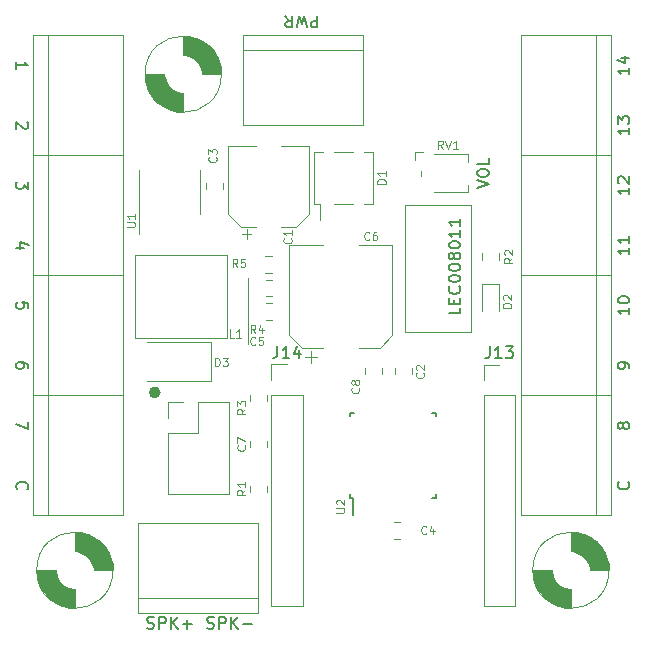
<source format=gto>
G04 #@! TF.GenerationSoftware,KiCad,Pcbnew,6.0.9-8da3e8f707~116~ubuntu20.04.1*
G04 #@! TF.CreationDate,2023-04-24T17:25:30+00:00*
G04 #@! TF.ProjectId,LEC008011,4c454330-3038-4303-9131-2e6b69636164,rev?*
G04 #@! TF.SameCoordinates,Original*
G04 #@! TF.FileFunction,Legend,Top*
G04 #@! TF.FilePolarity,Positive*
%FSLAX46Y46*%
G04 Gerber Fmt 4.6, Leading zero omitted, Abs format (unit mm)*
G04 Created by KiCad (PCBNEW 6.0.9-8da3e8f707~116~ubuntu20.04.1) date 2023-04-24 17:25:30*
%MOMM*%
%LPD*%
G01*
G04 APERTURE LIST*
%ADD10C,0.120000*%
%ADD11C,0.500000*%
%ADD12C,0.150000*%
%ADD13C,0.100000*%
%ADD14C,0.010000*%
G04 APERTURE END LIST*
D10*
X107507000Y-70866000D02*
X102000000Y-70866000D01*
D11*
X81026000Y-75946000D02*
G75*
G03*
X81026000Y-75946000I-254000J0D01*
G01*
D10*
X102000000Y-70866000D02*
X102000000Y-60071000D01*
X102000000Y-60071000D02*
X107507000Y-60071000D01*
X107507000Y-60071000D02*
X107507000Y-70866000D01*
X88646000Y-66294000D02*
X88646000Y-71882000D01*
D12*
X85209238Y-95904761D02*
X85352095Y-95952380D01*
X85590190Y-95952380D01*
X85685428Y-95904761D01*
X85733047Y-95857142D01*
X85780666Y-95761904D01*
X85780666Y-95666666D01*
X85733047Y-95571428D01*
X85685428Y-95523809D01*
X85590190Y-95476190D01*
X85399714Y-95428571D01*
X85304476Y-95380952D01*
X85256857Y-95333333D01*
X85209238Y-95238095D01*
X85209238Y-95142857D01*
X85256857Y-95047619D01*
X85304476Y-95000000D01*
X85399714Y-94952380D01*
X85637809Y-94952380D01*
X85780666Y-95000000D01*
X86209238Y-95952380D02*
X86209238Y-94952380D01*
X86590190Y-94952380D01*
X86685428Y-95000000D01*
X86733047Y-95047619D01*
X86780666Y-95142857D01*
X86780666Y-95285714D01*
X86733047Y-95380952D01*
X86685428Y-95428571D01*
X86590190Y-95476190D01*
X86209238Y-95476190D01*
X87209238Y-95952380D02*
X87209238Y-94952380D01*
X87780666Y-95952380D02*
X87352095Y-95380952D01*
X87780666Y-94952380D02*
X87209238Y-95523809D01*
X88209238Y-95571428D02*
X88971142Y-95571428D01*
X80129238Y-95904761D02*
X80272095Y-95952380D01*
X80510190Y-95952380D01*
X80605428Y-95904761D01*
X80653047Y-95857142D01*
X80700666Y-95761904D01*
X80700666Y-95666666D01*
X80653047Y-95571428D01*
X80605428Y-95523809D01*
X80510190Y-95476190D01*
X80319714Y-95428571D01*
X80224476Y-95380952D01*
X80176857Y-95333333D01*
X80129238Y-95238095D01*
X80129238Y-95142857D01*
X80176857Y-95047619D01*
X80224476Y-95000000D01*
X80319714Y-94952380D01*
X80557809Y-94952380D01*
X80700666Y-95000000D01*
X81129238Y-95952380D02*
X81129238Y-94952380D01*
X81510190Y-94952380D01*
X81605428Y-95000000D01*
X81653047Y-95047619D01*
X81700666Y-95142857D01*
X81700666Y-95285714D01*
X81653047Y-95380952D01*
X81605428Y-95428571D01*
X81510190Y-95476190D01*
X81129238Y-95476190D01*
X82129238Y-95952380D02*
X82129238Y-94952380D01*
X82700666Y-95952380D02*
X82272095Y-95380952D01*
X82700666Y-94952380D02*
X82129238Y-95523809D01*
X83129238Y-95571428D02*
X83891142Y-95571428D01*
X83510190Y-95952380D02*
X83510190Y-95190476D01*
X70047619Y-68818095D02*
X70047619Y-68341904D01*
X69571428Y-68294285D01*
X69619047Y-68341904D01*
X69666666Y-68437142D01*
X69666666Y-68675238D01*
X69619047Y-68770476D01*
X69571428Y-68818095D01*
X69476190Y-68865714D01*
X69238095Y-68865714D01*
X69142857Y-68818095D01*
X69095238Y-68770476D01*
X69047619Y-68675238D01*
X69047619Y-68437142D01*
X69095238Y-68341904D01*
X69142857Y-68294285D01*
X69142857Y-84129523D02*
X69095238Y-84081904D01*
X69047619Y-83939047D01*
X69047619Y-83843809D01*
X69095238Y-83700952D01*
X69190476Y-83605714D01*
X69285714Y-83558095D01*
X69476190Y-83510476D01*
X69619047Y-83510476D01*
X69809523Y-83558095D01*
X69904761Y-83605714D01*
X70000000Y-83700952D01*
X70047619Y-83843809D01*
X70047619Y-83939047D01*
X70000000Y-84081904D01*
X69952380Y-84129523D01*
X69714285Y-63690476D02*
X69047619Y-63690476D01*
X70095238Y-63452380D02*
X69380952Y-63214285D01*
X69380952Y-63833333D01*
X70047619Y-58086666D02*
X70047619Y-58705714D01*
X69666666Y-58372380D01*
X69666666Y-58515238D01*
X69619047Y-58610476D01*
X69571428Y-58658095D01*
X69476190Y-58705714D01*
X69238095Y-58705714D01*
X69142857Y-58658095D01*
X69095238Y-58610476D01*
X69047619Y-58515238D01*
X69047619Y-58229523D01*
X69095238Y-58134285D01*
X69142857Y-58086666D01*
X70047619Y-73850476D02*
X70047619Y-73660000D01*
X70000000Y-73564761D01*
X69952380Y-73517142D01*
X69809523Y-73421904D01*
X69619047Y-73374285D01*
X69238095Y-73374285D01*
X69142857Y-73421904D01*
X69095238Y-73469523D01*
X69047619Y-73564761D01*
X69047619Y-73755238D01*
X69095238Y-73850476D01*
X69142857Y-73898095D01*
X69238095Y-73945714D01*
X69476190Y-73945714D01*
X69571428Y-73898095D01*
X69619047Y-73850476D01*
X69666666Y-73755238D01*
X69666666Y-73564761D01*
X69619047Y-73469523D01*
X69571428Y-73421904D01*
X69476190Y-73374285D01*
X69952380Y-53054285D02*
X70000000Y-53101904D01*
X70047619Y-53197142D01*
X70047619Y-53435238D01*
X70000000Y-53530476D01*
X69952380Y-53578095D01*
X69857142Y-53625714D01*
X69761904Y-53625714D01*
X69619047Y-53578095D01*
X69047619Y-53006666D01*
X69047619Y-53625714D01*
X69047619Y-48545714D02*
X69047619Y-47974285D01*
X69047619Y-48260000D02*
X70047619Y-48260000D01*
X69904761Y-48164761D01*
X69809523Y-48069523D01*
X69761904Y-47974285D01*
X70047619Y-78406666D02*
X70047619Y-79073333D01*
X69047619Y-78644761D01*
X120857142Y-83510476D02*
X120904761Y-83558095D01*
X120952380Y-83700952D01*
X120952380Y-83796190D01*
X120904761Y-83939047D01*
X120809523Y-84034285D01*
X120714285Y-84081904D01*
X120523809Y-84129523D01*
X120380952Y-84129523D01*
X120190476Y-84081904D01*
X120095238Y-84034285D01*
X120000000Y-83939047D01*
X119952380Y-83796190D01*
X119952380Y-83700952D01*
X120000000Y-83558095D01*
X120047619Y-83510476D01*
X120952380Y-73850476D02*
X120952380Y-73660000D01*
X120904761Y-73564761D01*
X120857142Y-73517142D01*
X120714285Y-73421904D01*
X120523809Y-73374285D01*
X120142857Y-73374285D01*
X120047619Y-73421904D01*
X120000000Y-73469523D01*
X119952380Y-73564761D01*
X119952380Y-73755238D01*
X120000000Y-73850476D01*
X120047619Y-73898095D01*
X120142857Y-73945714D01*
X120380952Y-73945714D01*
X120476190Y-73898095D01*
X120523809Y-73850476D01*
X120571428Y-73755238D01*
X120571428Y-73564761D01*
X120523809Y-73469523D01*
X120476190Y-73421904D01*
X120380952Y-73374285D01*
X120952380Y-58610476D02*
X120952380Y-59181904D01*
X120952380Y-58896190D02*
X119952380Y-58896190D01*
X120095238Y-58991428D01*
X120190476Y-59086666D01*
X120238095Y-59181904D01*
X120047619Y-58229523D02*
X120000000Y-58181904D01*
X119952380Y-58086666D01*
X119952380Y-57848571D01*
X120000000Y-57753333D01*
X120047619Y-57705714D01*
X120142857Y-57658095D01*
X120238095Y-57658095D01*
X120380952Y-57705714D01*
X120952380Y-58277142D01*
X120952380Y-57658095D01*
X120380952Y-78835238D02*
X120333333Y-78930476D01*
X120285714Y-78978095D01*
X120190476Y-79025714D01*
X120142857Y-79025714D01*
X120047619Y-78978095D01*
X120000000Y-78930476D01*
X119952380Y-78835238D01*
X119952380Y-78644761D01*
X120000000Y-78549523D01*
X120047619Y-78501904D01*
X120142857Y-78454285D01*
X120190476Y-78454285D01*
X120285714Y-78501904D01*
X120333333Y-78549523D01*
X120380952Y-78644761D01*
X120380952Y-78835238D01*
X120428571Y-78930476D01*
X120476190Y-78978095D01*
X120571428Y-79025714D01*
X120761904Y-79025714D01*
X120857142Y-78978095D01*
X120904761Y-78930476D01*
X120952380Y-78835238D01*
X120952380Y-78644761D01*
X120904761Y-78549523D01*
X120857142Y-78501904D01*
X120761904Y-78454285D01*
X120571428Y-78454285D01*
X120476190Y-78501904D01*
X120428571Y-78549523D01*
X120380952Y-78644761D01*
X120952380Y-63690476D02*
X120952380Y-64261904D01*
X120952380Y-63976190D02*
X119952380Y-63976190D01*
X120095238Y-64071428D01*
X120190476Y-64166666D01*
X120238095Y-64261904D01*
X120952380Y-62738095D02*
X120952380Y-63309523D01*
X120952380Y-63023809D02*
X119952380Y-63023809D01*
X120095238Y-63119047D01*
X120190476Y-63214285D01*
X120238095Y-63309523D01*
X120952380Y-53530476D02*
X120952380Y-54101904D01*
X120952380Y-53816190D02*
X119952380Y-53816190D01*
X120095238Y-53911428D01*
X120190476Y-54006666D01*
X120238095Y-54101904D01*
X119952380Y-53197142D02*
X119952380Y-52578095D01*
X120333333Y-52911428D01*
X120333333Y-52768571D01*
X120380952Y-52673333D01*
X120428571Y-52625714D01*
X120523809Y-52578095D01*
X120761904Y-52578095D01*
X120857142Y-52625714D01*
X120904761Y-52673333D01*
X120952380Y-52768571D01*
X120952380Y-53054285D01*
X120904761Y-53149523D01*
X120857142Y-53197142D01*
X120952380Y-48450476D02*
X120952380Y-49021904D01*
X120952380Y-48736190D02*
X119952380Y-48736190D01*
X120095238Y-48831428D01*
X120190476Y-48926666D01*
X120238095Y-49021904D01*
X120285714Y-47593333D02*
X120952380Y-47593333D01*
X119904761Y-47831428D02*
X120619047Y-48069523D01*
X120619047Y-47450476D01*
X120952380Y-68770476D02*
X120952380Y-69341904D01*
X120952380Y-69056190D02*
X119952380Y-69056190D01*
X120095238Y-69151428D01*
X120190476Y-69246666D01*
X120238095Y-69341904D01*
X119952380Y-68151428D02*
X119952380Y-68056190D01*
X120000000Y-67960952D01*
X120047619Y-67913333D01*
X120142857Y-67865714D01*
X120333333Y-67818095D01*
X120571428Y-67818095D01*
X120761904Y-67865714D01*
X120857142Y-67913333D01*
X120904761Y-67960952D01*
X120952380Y-68056190D01*
X120952380Y-68151428D01*
X120904761Y-68246666D01*
X120857142Y-68294285D01*
X120761904Y-68341904D01*
X120571428Y-68389523D01*
X120333333Y-68389523D01*
X120142857Y-68341904D01*
X120047619Y-68294285D01*
X120000000Y-68246666D01*
X119952380Y-68151428D01*
X94551333Y-44047619D02*
X94551333Y-45047619D01*
X94170380Y-45047619D01*
X94075142Y-45000000D01*
X94027523Y-44952380D01*
X93979904Y-44857142D01*
X93979904Y-44714285D01*
X94027523Y-44619047D01*
X94075142Y-44571428D01*
X94170380Y-44523809D01*
X94551333Y-44523809D01*
X93646571Y-45047619D02*
X93408476Y-44047619D01*
X93218000Y-44761904D01*
X93027523Y-44047619D01*
X92789428Y-45047619D01*
X91837047Y-44047619D02*
X92170380Y-44523809D01*
X92408476Y-44047619D02*
X92408476Y-45047619D01*
X92027523Y-45047619D01*
X91932285Y-45000000D01*
X91884666Y-44952380D01*
X91837047Y-44857142D01*
X91837047Y-44714285D01*
X91884666Y-44619047D01*
X91932285Y-44571428D01*
X92027523Y-44523809D01*
X92408476Y-44523809D01*
X108052380Y-58661904D02*
X109052380Y-58328571D01*
X108052380Y-57995238D01*
X108052380Y-57471428D02*
X108052380Y-57280952D01*
X108100000Y-57185714D01*
X108195238Y-57090476D01*
X108385714Y-57042857D01*
X108719047Y-57042857D01*
X108909523Y-57090476D01*
X109004761Y-57185714D01*
X109052380Y-57280952D01*
X109052380Y-57471428D01*
X109004761Y-57566666D01*
X108909523Y-57661904D01*
X108719047Y-57709523D01*
X108385714Y-57709523D01*
X108195238Y-57661904D01*
X108100000Y-57566666D01*
X108052380Y-57471428D01*
X109052380Y-56138095D02*
X109052380Y-56614285D01*
X108052380Y-56614285D01*
X106647380Y-68778000D02*
X106647380Y-69254190D01*
X105647380Y-69254190D01*
X106123571Y-68444666D02*
X106123571Y-68111333D01*
X106647380Y-67968476D02*
X106647380Y-68444666D01*
X105647380Y-68444666D01*
X105647380Y-67968476D01*
X106552142Y-66968476D02*
X106599761Y-67016095D01*
X106647380Y-67158952D01*
X106647380Y-67254190D01*
X106599761Y-67397047D01*
X106504523Y-67492285D01*
X106409285Y-67539904D01*
X106218809Y-67587523D01*
X106075952Y-67587523D01*
X105885476Y-67539904D01*
X105790238Y-67492285D01*
X105695000Y-67397047D01*
X105647380Y-67254190D01*
X105647380Y-67158952D01*
X105695000Y-67016095D01*
X105742619Y-66968476D01*
X105647380Y-66349428D02*
X105647380Y-66254190D01*
X105695000Y-66158952D01*
X105742619Y-66111333D01*
X105837857Y-66063714D01*
X106028333Y-66016095D01*
X106266428Y-66016095D01*
X106456904Y-66063714D01*
X106552142Y-66111333D01*
X106599761Y-66158952D01*
X106647380Y-66254190D01*
X106647380Y-66349428D01*
X106599761Y-66444666D01*
X106552142Y-66492285D01*
X106456904Y-66539904D01*
X106266428Y-66587523D01*
X106028333Y-66587523D01*
X105837857Y-66539904D01*
X105742619Y-66492285D01*
X105695000Y-66444666D01*
X105647380Y-66349428D01*
X105647380Y-65397047D02*
X105647380Y-65301809D01*
X105695000Y-65206571D01*
X105742619Y-65158952D01*
X105837857Y-65111333D01*
X106028333Y-65063714D01*
X106266428Y-65063714D01*
X106456904Y-65111333D01*
X106552142Y-65158952D01*
X106599761Y-65206571D01*
X106647380Y-65301809D01*
X106647380Y-65397047D01*
X106599761Y-65492285D01*
X106552142Y-65539904D01*
X106456904Y-65587523D01*
X106266428Y-65635142D01*
X106028333Y-65635142D01*
X105837857Y-65587523D01*
X105742619Y-65539904D01*
X105695000Y-65492285D01*
X105647380Y-65397047D01*
X106075952Y-64492285D02*
X106028333Y-64587523D01*
X105980714Y-64635142D01*
X105885476Y-64682761D01*
X105837857Y-64682761D01*
X105742619Y-64635142D01*
X105695000Y-64587523D01*
X105647380Y-64492285D01*
X105647380Y-64301809D01*
X105695000Y-64206571D01*
X105742619Y-64158952D01*
X105837857Y-64111333D01*
X105885476Y-64111333D01*
X105980714Y-64158952D01*
X106028333Y-64206571D01*
X106075952Y-64301809D01*
X106075952Y-64492285D01*
X106123571Y-64587523D01*
X106171190Y-64635142D01*
X106266428Y-64682761D01*
X106456904Y-64682761D01*
X106552142Y-64635142D01*
X106599761Y-64587523D01*
X106647380Y-64492285D01*
X106647380Y-64301809D01*
X106599761Y-64206571D01*
X106552142Y-64158952D01*
X106456904Y-64111333D01*
X106266428Y-64111333D01*
X106171190Y-64158952D01*
X106123571Y-64206571D01*
X106075952Y-64301809D01*
X105647380Y-63492285D02*
X105647380Y-63397047D01*
X105695000Y-63301809D01*
X105742619Y-63254190D01*
X105837857Y-63206571D01*
X106028333Y-63158952D01*
X106266428Y-63158952D01*
X106456904Y-63206571D01*
X106552142Y-63254190D01*
X106599761Y-63301809D01*
X106647380Y-63397047D01*
X106647380Y-63492285D01*
X106599761Y-63587523D01*
X106552142Y-63635142D01*
X106456904Y-63682761D01*
X106266428Y-63730380D01*
X106028333Y-63730380D01*
X105837857Y-63682761D01*
X105742619Y-63635142D01*
X105695000Y-63587523D01*
X105647380Y-63492285D01*
X106647380Y-62206571D02*
X106647380Y-62778000D01*
X106647380Y-62492285D02*
X105647380Y-62492285D01*
X105790238Y-62587523D01*
X105885476Y-62682761D01*
X105933095Y-62778000D01*
X106647380Y-61254190D02*
X106647380Y-61825619D01*
X106647380Y-61539904D02*
X105647380Y-61539904D01*
X105790238Y-61635142D01*
X105885476Y-61730380D01*
X105933095Y-61825619D01*
D13*
G04 #@! TO.C,C2*
X103501000Y-74284666D02*
X103534333Y-74318000D01*
X103567666Y-74418000D01*
X103567666Y-74484666D01*
X103534333Y-74584666D01*
X103467666Y-74651333D01*
X103401000Y-74684666D01*
X103267666Y-74718000D01*
X103167666Y-74718000D01*
X103034333Y-74684666D01*
X102967666Y-74651333D01*
X102901000Y-74584666D01*
X102867666Y-74484666D01*
X102867666Y-74418000D01*
X102901000Y-74318000D01*
X102934333Y-74284666D01*
X102934333Y-74018000D02*
X102901000Y-73984666D01*
X102867666Y-73918000D01*
X102867666Y-73751333D01*
X102901000Y-73684666D01*
X102934333Y-73651333D01*
X103001000Y-73618000D01*
X103067666Y-73618000D01*
X103167666Y-73651333D01*
X103567666Y-74051333D01*
X103567666Y-73618000D01*
G04 #@! TO.C,C3*
X85950000Y-56016666D02*
X85983333Y-56050000D01*
X86016666Y-56150000D01*
X86016666Y-56216666D01*
X85983333Y-56316666D01*
X85916666Y-56383333D01*
X85850000Y-56416666D01*
X85716666Y-56450000D01*
X85616666Y-56450000D01*
X85483333Y-56416666D01*
X85416666Y-56383333D01*
X85350000Y-56316666D01*
X85316666Y-56216666D01*
X85316666Y-56150000D01*
X85350000Y-56050000D01*
X85383333Y-56016666D01*
X85316666Y-55783333D02*
X85316666Y-55350000D01*
X85583333Y-55583333D01*
X85583333Y-55483333D01*
X85616666Y-55416666D01*
X85650000Y-55383333D01*
X85716666Y-55350000D01*
X85883333Y-55350000D01*
X85950000Y-55383333D01*
X85983333Y-55416666D01*
X86016666Y-55483333D01*
X86016666Y-55683333D01*
X85983333Y-55750000D01*
X85950000Y-55783333D01*
G04 #@! TO.C,C4*
X103769333Y-87880000D02*
X103736000Y-87913333D01*
X103636000Y-87946666D01*
X103569333Y-87946666D01*
X103469333Y-87913333D01*
X103402666Y-87846666D01*
X103369333Y-87780000D01*
X103336000Y-87646666D01*
X103336000Y-87546666D01*
X103369333Y-87413333D01*
X103402666Y-87346666D01*
X103469333Y-87280000D01*
X103569333Y-87246666D01*
X103636000Y-87246666D01*
X103736000Y-87280000D01*
X103769333Y-87313333D01*
X104369333Y-87480000D02*
X104369333Y-87946666D01*
X104202666Y-87213333D02*
X104036000Y-87713333D01*
X104469333Y-87713333D01*
G04 #@! TO.C,C6*
X98943333Y-62988000D02*
X98910000Y-63021333D01*
X98810000Y-63054666D01*
X98743333Y-63054666D01*
X98643333Y-63021333D01*
X98576666Y-62954666D01*
X98543333Y-62888000D01*
X98510000Y-62754666D01*
X98510000Y-62654666D01*
X98543333Y-62521333D01*
X98576666Y-62454666D01*
X98643333Y-62388000D01*
X98743333Y-62354666D01*
X98810000Y-62354666D01*
X98910000Y-62388000D01*
X98943333Y-62421333D01*
X99543333Y-62354666D02*
X99410000Y-62354666D01*
X99343333Y-62388000D01*
X99310000Y-62421333D01*
X99243333Y-62521333D01*
X99210000Y-62654666D01*
X99210000Y-62921333D01*
X99243333Y-62988000D01*
X99276666Y-63021333D01*
X99343333Y-63054666D01*
X99476666Y-63054666D01*
X99543333Y-63021333D01*
X99576666Y-62988000D01*
X99610000Y-62921333D01*
X99610000Y-62754666D01*
X99576666Y-62688000D01*
X99543333Y-62654666D01*
X99476666Y-62621333D01*
X99343333Y-62621333D01*
X99276666Y-62654666D01*
X99243333Y-62688000D01*
X99210000Y-62754666D01*
G04 #@! TO.C,C7*
X88388000Y-80429166D02*
X88421333Y-80462500D01*
X88454666Y-80562500D01*
X88454666Y-80629166D01*
X88421333Y-80729166D01*
X88354666Y-80795833D01*
X88288000Y-80829166D01*
X88154666Y-80862500D01*
X88054666Y-80862500D01*
X87921333Y-80829166D01*
X87854666Y-80795833D01*
X87788000Y-80729166D01*
X87754666Y-80629166D01*
X87754666Y-80562500D01*
X87788000Y-80462500D01*
X87821333Y-80429166D01*
X87754666Y-80195833D02*
X87754666Y-79729166D01*
X88454666Y-80029166D01*
G04 #@! TO.C,D2*
X110966666Y-68764166D02*
X110266666Y-68764166D01*
X110266666Y-68597500D01*
X110300000Y-68497500D01*
X110366666Y-68430833D01*
X110433333Y-68397500D01*
X110566666Y-68364166D01*
X110666666Y-68364166D01*
X110800000Y-68397500D01*
X110866666Y-68430833D01*
X110933333Y-68497500D01*
X110966666Y-68597500D01*
X110966666Y-68764166D01*
X110333333Y-68097500D02*
X110300000Y-68064166D01*
X110266666Y-67997500D01*
X110266666Y-67830833D01*
X110300000Y-67764166D01*
X110333333Y-67730833D01*
X110400000Y-67697500D01*
X110466666Y-67697500D01*
X110566666Y-67730833D01*
X110966666Y-68130833D01*
X110966666Y-67697500D01*
G04 #@! TO.C,R1*
X88454666Y-84190666D02*
X88121333Y-84424000D01*
X88454666Y-84590666D02*
X87754666Y-84590666D01*
X87754666Y-84324000D01*
X87788000Y-84257333D01*
X87821333Y-84224000D01*
X87888000Y-84190666D01*
X87988000Y-84190666D01*
X88054666Y-84224000D01*
X88088000Y-84257333D01*
X88121333Y-84324000D01*
X88121333Y-84590666D01*
X88454666Y-83524000D02*
X88454666Y-83924000D01*
X88454666Y-83724000D02*
X87754666Y-83724000D01*
X87854666Y-83790666D01*
X87921333Y-83857333D01*
X87954666Y-83924000D01*
G04 #@! TO.C,R2*
X111060666Y-64554166D02*
X110727333Y-64787500D01*
X111060666Y-64954166D02*
X110360666Y-64954166D01*
X110360666Y-64687500D01*
X110394000Y-64620833D01*
X110427333Y-64587500D01*
X110494000Y-64554166D01*
X110594000Y-64554166D01*
X110660666Y-64587500D01*
X110694000Y-64620833D01*
X110727333Y-64687500D01*
X110727333Y-64954166D01*
X110427333Y-64287500D02*
X110394000Y-64254166D01*
X110360666Y-64187500D01*
X110360666Y-64020833D01*
X110394000Y-63954166D01*
X110427333Y-63920833D01*
X110494000Y-63887500D01*
X110560666Y-63887500D01*
X110660666Y-63920833D01*
X111060666Y-64320833D01*
X111060666Y-63887500D01*
G04 #@! TO.C,U2*
X96136666Y-86131333D02*
X96703333Y-86131333D01*
X96770000Y-86098000D01*
X96803333Y-86064666D01*
X96836666Y-85998000D01*
X96836666Y-85864666D01*
X96803333Y-85798000D01*
X96770000Y-85764666D01*
X96703333Y-85731333D01*
X96136666Y-85731333D01*
X96203333Y-85431333D02*
X96170000Y-85398000D01*
X96136666Y-85331333D01*
X96136666Y-85164666D01*
X96170000Y-85098000D01*
X96203333Y-85064666D01*
X96270000Y-85031333D01*
X96336666Y-85031333D01*
X96436666Y-85064666D01*
X96836666Y-85464666D01*
X96836666Y-85031333D01*
G04 #@! TO.C,RV1*
X105183333Y-55316666D02*
X104950000Y-54983333D01*
X104783333Y-55316666D02*
X104783333Y-54616666D01*
X105050000Y-54616666D01*
X105116666Y-54650000D01*
X105150000Y-54683333D01*
X105183333Y-54750000D01*
X105183333Y-54850000D01*
X105150000Y-54916666D01*
X105116666Y-54950000D01*
X105050000Y-54983333D01*
X104783333Y-54983333D01*
X105383333Y-54616666D02*
X105616666Y-55316666D01*
X105850000Y-54616666D01*
X106450000Y-55316666D02*
X106050000Y-55316666D01*
X106250000Y-55316666D02*
X106250000Y-54616666D01*
X106183333Y-54716666D01*
X106116666Y-54783333D01*
X106050000Y-54816666D01*
G04 #@! TO.C,R3*
X88454666Y-77332666D02*
X88121333Y-77566000D01*
X88454666Y-77732666D02*
X87754666Y-77732666D01*
X87754666Y-77466000D01*
X87788000Y-77399333D01*
X87821333Y-77366000D01*
X87888000Y-77332666D01*
X87988000Y-77332666D01*
X88054666Y-77366000D01*
X88088000Y-77399333D01*
X88121333Y-77466000D01*
X88121333Y-77732666D01*
X87754666Y-77099333D02*
X87754666Y-76666000D01*
X88021333Y-76899333D01*
X88021333Y-76799333D01*
X88054666Y-76732666D01*
X88088000Y-76699333D01*
X88154666Y-76666000D01*
X88321333Y-76666000D01*
X88388000Y-76699333D01*
X88421333Y-76732666D01*
X88454666Y-76799333D01*
X88454666Y-76999333D01*
X88421333Y-77066000D01*
X88388000Y-77099333D01*
G04 #@! TO.C,C5*
X89291333Y-71878000D02*
X89258000Y-71911333D01*
X89158000Y-71944666D01*
X89091333Y-71944666D01*
X88991333Y-71911333D01*
X88924666Y-71844666D01*
X88891333Y-71778000D01*
X88858000Y-71644666D01*
X88858000Y-71544666D01*
X88891333Y-71411333D01*
X88924666Y-71344666D01*
X88991333Y-71278000D01*
X89091333Y-71244666D01*
X89158000Y-71244666D01*
X89258000Y-71278000D01*
X89291333Y-71311333D01*
X89924666Y-71244666D02*
X89591333Y-71244666D01*
X89558000Y-71578000D01*
X89591333Y-71544666D01*
X89658000Y-71511333D01*
X89824666Y-71511333D01*
X89891333Y-71544666D01*
X89924666Y-71578000D01*
X89958000Y-71644666D01*
X89958000Y-71811333D01*
X89924666Y-71878000D01*
X89891333Y-71911333D01*
X89824666Y-71944666D01*
X89658000Y-71944666D01*
X89591333Y-71911333D01*
X89558000Y-71878000D01*
G04 #@! TO.C,D3*
X85883333Y-73716666D02*
X85883333Y-73016666D01*
X86050000Y-73016666D01*
X86150000Y-73050000D01*
X86216666Y-73116666D01*
X86250000Y-73183333D01*
X86283333Y-73316666D01*
X86283333Y-73416666D01*
X86250000Y-73550000D01*
X86216666Y-73616666D01*
X86150000Y-73683333D01*
X86050000Y-73716666D01*
X85883333Y-73716666D01*
X86516666Y-73016666D02*
X86950000Y-73016666D01*
X86716666Y-73283333D01*
X86816666Y-73283333D01*
X86883333Y-73316666D01*
X86916666Y-73350000D01*
X86950000Y-73416666D01*
X86950000Y-73583333D01*
X86916666Y-73650000D01*
X86883333Y-73683333D01*
X86816666Y-73716666D01*
X86616666Y-73716666D01*
X86550000Y-73683333D01*
X86516666Y-73650000D01*
G04 #@! TO.C,L1*
X87483333Y-71316666D02*
X87150000Y-71316666D01*
X87150000Y-70616666D01*
X88083333Y-71316666D02*
X87683333Y-71316666D01*
X87883333Y-71316666D02*
X87883333Y-70616666D01*
X87816666Y-70716666D01*
X87750000Y-70783333D01*
X87683333Y-70816666D01*
G04 #@! TO.C,R4*
X89291333Y-70928666D02*
X89058000Y-70595333D01*
X88891333Y-70928666D02*
X88891333Y-70228666D01*
X89158000Y-70228666D01*
X89224666Y-70262000D01*
X89258000Y-70295333D01*
X89291333Y-70362000D01*
X89291333Y-70462000D01*
X89258000Y-70528666D01*
X89224666Y-70562000D01*
X89158000Y-70595333D01*
X88891333Y-70595333D01*
X89891333Y-70462000D02*
X89891333Y-70928666D01*
X89724666Y-70195333D02*
X89558000Y-70695333D01*
X89991333Y-70695333D01*
G04 #@! TO.C,R5*
X87767333Y-65340666D02*
X87534000Y-65007333D01*
X87367333Y-65340666D02*
X87367333Y-64640666D01*
X87634000Y-64640666D01*
X87700666Y-64674000D01*
X87734000Y-64707333D01*
X87767333Y-64774000D01*
X87767333Y-64874000D01*
X87734000Y-64940666D01*
X87700666Y-64974000D01*
X87634000Y-65007333D01*
X87367333Y-65007333D01*
X88400666Y-64640666D02*
X88067333Y-64640666D01*
X88034000Y-64974000D01*
X88067333Y-64940666D01*
X88134000Y-64907333D01*
X88300666Y-64907333D01*
X88367333Y-64940666D01*
X88400666Y-64974000D01*
X88434000Y-65040666D01*
X88434000Y-65207333D01*
X88400666Y-65274000D01*
X88367333Y-65307333D01*
X88300666Y-65340666D01*
X88134000Y-65340666D01*
X88067333Y-65307333D01*
X88034000Y-65274000D01*
G04 #@! TO.C,U1*
X78416666Y-61933333D02*
X78983333Y-61933333D01*
X79050000Y-61900000D01*
X79083333Y-61866666D01*
X79116666Y-61800000D01*
X79116666Y-61666666D01*
X79083333Y-61600000D01*
X79050000Y-61566666D01*
X78983333Y-61533333D01*
X78416666Y-61533333D01*
X79116666Y-60833333D02*
X79116666Y-61233333D01*
X79116666Y-61033333D02*
X78416666Y-61033333D01*
X78516666Y-61100000D01*
X78583333Y-61166666D01*
X78616666Y-61233333D01*
G04 #@! TO.C,C1*
X92301000Y-62901666D02*
X92334333Y-62935000D01*
X92367666Y-63035000D01*
X92367666Y-63101666D01*
X92334333Y-63201666D01*
X92267666Y-63268333D01*
X92201000Y-63301666D01*
X92067666Y-63335000D01*
X91967666Y-63335000D01*
X91834333Y-63301666D01*
X91767666Y-63268333D01*
X91701000Y-63201666D01*
X91667666Y-63101666D01*
X91667666Y-63035000D01*
X91701000Y-62935000D01*
X91734333Y-62901666D01*
X92367666Y-62235000D02*
X92367666Y-62635000D01*
X92367666Y-62435000D02*
X91667666Y-62435000D01*
X91767666Y-62501666D01*
X91834333Y-62568333D01*
X91867666Y-62635000D01*
G04 #@! TO.C,C8*
X98040000Y-75554666D02*
X98073333Y-75588000D01*
X98106666Y-75688000D01*
X98106666Y-75754666D01*
X98073333Y-75854666D01*
X98006666Y-75921333D01*
X97940000Y-75954666D01*
X97806666Y-75988000D01*
X97706666Y-75988000D01*
X97573333Y-75954666D01*
X97506666Y-75921333D01*
X97440000Y-75854666D01*
X97406666Y-75754666D01*
X97406666Y-75688000D01*
X97440000Y-75588000D01*
X97473333Y-75554666D01*
X97706666Y-75154666D02*
X97673333Y-75221333D01*
X97640000Y-75254666D01*
X97573333Y-75288000D01*
X97540000Y-75288000D01*
X97473333Y-75254666D01*
X97440000Y-75221333D01*
X97406666Y-75154666D01*
X97406666Y-75021333D01*
X97440000Y-74954666D01*
X97473333Y-74921333D01*
X97540000Y-74888000D01*
X97573333Y-74888000D01*
X97640000Y-74921333D01*
X97673333Y-74954666D01*
X97706666Y-75021333D01*
X97706666Y-75154666D01*
X97740000Y-75221333D01*
X97773333Y-75254666D01*
X97840000Y-75288000D01*
X97973333Y-75288000D01*
X98040000Y-75254666D01*
X98073333Y-75221333D01*
X98106666Y-75154666D01*
X98106666Y-75021333D01*
X98073333Y-74954666D01*
X98040000Y-74921333D01*
X97973333Y-74888000D01*
X97840000Y-74888000D01*
X97773333Y-74921333D01*
X97740000Y-74954666D01*
X97706666Y-75021333D01*
G04 #@! TO.C,D1*
X100316666Y-58266666D02*
X99616666Y-58266666D01*
X99616666Y-58100000D01*
X99650000Y-58000000D01*
X99716666Y-57933333D01*
X99783333Y-57900000D01*
X99916666Y-57866666D01*
X100016666Y-57866666D01*
X100150000Y-57900000D01*
X100216666Y-57933333D01*
X100283333Y-58000000D01*
X100316666Y-58100000D01*
X100316666Y-58266666D01*
X100316666Y-57200000D02*
X100316666Y-57600000D01*
X100316666Y-57400000D02*
X99616666Y-57400000D01*
X99716666Y-57466666D01*
X99783333Y-57533333D01*
X99816666Y-57600000D01*
D12*
G04 #@! TO.C,J14*
X91160476Y-72032380D02*
X91160476Y-72746666D01*
X91112857Y-72889523D01*
X91017619Y-72984761D01*
X90874761Y-73032380D01*
X90779523Y-73032380D01*
X92160476Y-73032380D02*
X91589047Y-73032380D01*
X91874761Y-73032380D02*
X91874761Y-72032380D01*
X91779523Y-72175238D01*
X91684285Y-72270476D01*
X91589047Y-72318095D01*
X93017619Y-72365714D02*
X93017619Y-73032380D01*
X92779523Y-71984761D02*
X92541428Y-72699047D01*
X93160476Y-72699047D01*
G04 #@! TO.C,J13*
X109150476Y-72052380D02*
X109150476Y-72766666D01*
X109102857Y-72909523D01*
X109007619Y-73004761D01*
X108864761Y-73052380D01*
X108769523Y-73052380D01*
X110150476Y-73052380D02*
X109579047Y-73052380D01*
X109864761Y-73052380D02*
X109864761Y-72052380D01*
X109769523Y-72195238D01*
X109674285Y-72290476D01*
X109579047Y-72338095D01*
X110483809Y-72052380D02*
X111102857Y-72052380D01*
X110769523Y-72433333D01*
X110912380Y-72433333D01*
X111007619Y-72480952D01*
X111055238Y-72528571D01*
X111102857Y-72623809D01*
X111102857Y-72861904D01*
X111055238Y-72957142D01*
X111007619Y-73004761D01*
X110912380Y-73052380D01*
X110626666Y-73052380D01*
X110531428Y-73004761D01*
X110483809Y-72957142D01*
D10*
G04 #@! TO.C,C2*
X102564000Y-74426578D02*
X102564000Y-73909422D01*
X101144000Y-74426578D02*
X101144000Y-73909422D01*
G04 #@! TO.C,C3*
X85090000Y-58758578D02*
X85090000Y-58241422D01*
X86510000Y-58758578D02*
X86510000Y-58241422D01*
G04 #@! TO.C,C4*
X101038922Y-88340000D02*
X101556078Y-88340000D01*
X101038922Y-86920000D02*
X101556078Y-86920000D01*
G04 #@! TO.C,C6*
X93224437Y-72178000D02*
X95010000Y-72178000D01*
X100880000Y-71113563D02*
X100880000Y-63458000D01*
X93224437Y-72178000D02*
X92160000Y-71113563D01*
X92160000Y-71113563D02*
X92160000Y-63458000D01*
X100880000Y-63458000D02*
X98030000Y-63458000D01*
X99815563Y-72178000D02*
X98030000Y-72178000D01*
X94010000Y-73418000D02*
X94010000Y-72418000D01*
X99815563Y-72178000D02*
X100880000Y-71113563D01*
X93510000Y-72918000D02*
X94510000Y-72918000D01*
X92160000Y-63458000D02*
X95010000Y-63458000D01*
G04 #@! TO.C,C7*
X90245000Y-80571078D02*
X90245000Y-80053922D01*
X88825000Y-80571078D02*
X88825000Y-80053922D01*
G04 #@! TO.C,D2*
X109955000Y-69047500D02*
X109955000Y-66762500D01*
X108485000Y-66762500D02*
X108485000Y-69047500D01*
X109955000Y-66762500D02*
X108485000Y-66762500D01*
G04 #@! TO.C,H1*
X86409903Y-49000000D02*
G75*
G03*
X86409903Y-49000000I-3224903J0D01*
G01*
G36*
X81585000Y-49100000D02*
G01*
X81685000Y-49500000D01*
X81885000Y-49900000D01*
X82285000Y-50300000D01*
X82685000Y-50500000D01*
X83085000Y-50600000D01*
X83185000Y-50600000D01*
X83185000Y-52224903D01*
X82685000Y-52200000D01*
X81685000Y-51900000D01*
X80885000Y-51300000D01*
X80385000Y-50600000D01*
X80085000Y-49900000D01*
X79985000Y-49500000D01*
X79985000Y-49000000D01*
X81585000Y-49000000D01*
X81585000Y-49100000D01*
G37*
D14*
X81585000Y-49100000D02*
X81685000Y-49500000D01*
X81885000Y-49900000D01*
X82285000Y-50300000D01*
X82685000Y-50500000D01*
X83085000Y-50600000D01*
X83185000Y-50600000D01*
X83185000Y-52224903D01*
X82685000Y-52200000D01*
X81685000Y-51900000D01*
X80885000Y-51300000D01*
X80385000Y-50600000D01*
X80085000Y-49900000D01*
X79985000Y-49500000D01*
X79985000Y-49000000D01*
X81585000Y-49000000D01*
X81585000Y-49100000D01*
G36*
X83685000Y-45800000D02*
G01*
X84685000Y-46100000D01*
X85485000Y-46700000D01*
X85985000Y-47400000D01*
X86285000Y-48100000D01*
X86385000Y-48500000D01*
X86385000Y-49000000D01*
X84785000Y-49000000D01*
X84785000Y-48900000D01*
X84685000Y-48500000D01*
X84485000Y-48100000D01*
X84085000Y-47700000D01*
X83685000Y-47500000D01*
X83285000Y-47400000D01*
X83185000Y-47400000D01*
X83185000Y-45775097D01*
X83685000Y-45800000D01*
G37*
X83685000Y-45800000D02*
X84685000Y-46100000D01*
X85485000Y-46700000D01*
X85985000Y-47400000D01*
X86285000Y-48100000D01*
X86385000Y-48500000D01*
X86385000Y-49000000D01*
X84785000Y-49000000D01*
X84785000Y-48900000D01*
X84685000Y-48500000D01*
X84485000Y-48100000D01*
X84085000Y-47700000D01*
X83685000Y-47500000D01*
X83285000Y-47400000D01*
X83185000Y-47400000D01*
X83185000Y-45775097D01*
X83685000Y-45800000D01*
D10*
G04 #@! TO.C,H2*
X119224903Y-91000000D02*
G75*
G03*
X119224903Y-91000000I-3224903J0D01*
G01*
G36*
X116500000Y-87800000D02*
G01*
X117500000Y-88100000D01*
X118300000Y-88700000D01*
X118800000Y-89400000D01*
X119100000Y-90100000D01*
X119200000Y-90500000D01*
X119200000Y-91000000D01*
X117600000Y-91000000D01*
X117600000Y-90900000D01*
X117500000Y-90500000D01*
X117300000Y-90100000D01*
X116900000Y-89700000D01*
X116500000Y-89500000D01*
X116100000Y-89400000D01*
X116000000Y-89400000D01*
X116000000Y-87775097D01*
X116500000Y-87800000D01*
G37*
D14*
X116500000Y-87800000D02*
X117500000Y-88100000D01*
X118300000Y-88700000D01*
X118800000Y-89400000D01*
X119100000Y-90100000D01*
X119200000Y-90500000D01*
X119200000Y-91000000D01*
X117600000Y-91000000D01*
X117600000Y-90900000D01*
X117500000Y-90500000D01*
X117300000Y-90100000D01*
X116900000Y-89700000D01*
X116500000Y-89500000D01*
X116100000Y-89400000D01*
X116000000Y-89400000D01*
X116000000Y-87775097D01*
X116500000Y-87800000D01*
G36*
X114400000Y-91100000D02*
G01*
X114500000Y-91500000D01*
X114700000Y-91900000D01*
X115100000Y-92300000D01*
X115500000Y-92500000D01*
X115900000Y-92600000D01*
X116000000Y-92600000D01*
X116000000Y-94224903D01*
X115500000Y-94200000D01*
X114500000Y-93900000D01*
X113700000Y-93300000D01*
X113200000Y-92600000D01*
X112900000Y-91900000D01*
X112800000Y-91500000D01*
X112800000Y-91000000D01*
X114400000Y-91000000D01*
X114400000Y-91100000D01*
G37*
X114400000Y-91100000D02*
X114500000Y-91500000D01*
X114700000Y-91900000D01*
X115100000Y-92300000D01*
X115500000Y-92500000D01*
X115900000Y-92600000D01*
X116000000Y-92600000D01*
X116000000Y-94224903D01*
X115500000Y-94200000D01*
X114500000Y-93900000D01*
X113700000Y-93300000D01*
X113200000Y-92600000D01*
X112900000Y-91900000D01*
X112800000Y-91500000D01*
X112800000Y-91000000D01*
X114400000Y-91000000D01*
X114400000Y-91100000D01*
D10*
G04 #@! TO.C,H4*
X77224903Y-91000000D02*
G75*
G03*
X77224903Y-91000000I-3224903J0D01*
G01*
G36*
X72400000Y-91100000D02*
G01*
X72500000Y-91500000D01*
X72700000Y-91900000D01*
X73100000Y-92300000D01*
X73500000Y-92500000D01*
X73900000Y-92600000D01*
X74000000Y-92600000D01*
X74000000Y-94224903D01*
X73500000Y-94200000D01*
X72500000Y-93900000D01*
X71700000Y-93300000D01*
X71200000Y-92600000D01*
X70900000Y-91900000D01*
X70800000Y-91500000D01*
X70800000Y-91000000D01*
X72400000Y-91000000D01*
X72400000Y-91100000D01*
G37*
D14*
X72400000Y-91100000D02*
X72500000Y-91500000D01*
X72700000Y-91900000D01*
X73100000Y-92300000D01*
X73500000Y-92500000D01*
X73900000Y-92600000D01*
X74000000Y-92600000D01*
X74000000Y-94224903D01*
X73500000Y-94200000D01*
X72500000Y-93900000D01*
X71700000Y-93300000D01*
X71200000Y-92600000D01*
X70900000Y-91900000D01*
X70800000Y-91500000D01*
X70800000Y-91000000D01*
X72400000Y-91000000D01*
X72400000Y-91100000D01*
G36*
X74500000Y-87800000D02*
G01*
X75500000Y-88100000D01*
X76300000Y-88700000D01*
X76800000Y-89400000D01*
X77100000Y-90100000D01*
X77200000Y-90500000D01*
X77200000Y-91000000D01*
X75600000Y-91000000D01*
X75600000Y-90900000D01*
X75500000Y-90500000D01*
X75300000Y-90100000D01*
X74900000Y-89700000D01*
X74500000Y-89500000D01*
X74100000Y-89400000D01*
X74000000Y-89400000D01*
X74000000Y-87775097D01*
X74500000Y-87800000D01*
G37*
X74500000Y-87800000D02*
X75500000Y-88100000D01*
X76300000Y-88700000D01*
X76800000Y-89400000D01*
X77100000Y-90100000D01*
X77200000Y-90500000D01*
X77200000Y-91000000D01*
X75600000Y-91000000D01*
X75600000Y-90900000D01*
X75500000Y-90500000D01*
X75300000Y-90100000D01*
X74900000Y-89700000D01*
X74500000Y-89500000D01*
X74100000Y-89400000D01*
X74000000Y-89400000D01*
X74000000Y-87775097D01*
X74500000Y-87800000D01*
D10*
G04 #@! TO.C,J3*
X81855000Y-79375000D02*
X81855000Y-84515000D01*
X81855000Y-76775000D02*
X83185000Y-76775000D01*
X81855000Y-78105000D02*
X81855000Y-76775000D01*
X84455000Y-79375000D02*
X84455000Y-76775000D01*
X87055000Y-76775000D02*
X87055000Y-84515000D01*
X84455000Y-76775000D02*
X87055000Y-76775000D01*
X81855000Y-79375000D02*
X84455000Y-79375000D01*
X81855000Y-84515000D02*
X87055000Y-84515000D01*
G04 #@! TO.C,R1*
X90245000Y-84411078D02*
X90245000Y-83893922D01*
X88825000Y-84411078D02*
X88825000Y-83893922D01*
G04 #@! TO.C,R2*
X108510000Y-64696078D02*
X108510000Y-64178922D01*
X109930000Y-64696078D02*
X109930000Y-64178922D01*
D12*
G04 #@! TO.C,U2*
X97340000Y-84905000D02*
X97565000Y-84905000D01*
X104590000Y-84905000D02*
X104590000Y-84580000D01*
X104590000Y-77655000D02*
X104590000Y-77980000D01*
X104590000Y-84905000D02*
X104265000Y-84905000D01*
X97340000Y-84905000D02*
X97340000Y-84580000D01*
X97565000Y-84905000D02*
X97565000Y-86330000D01*
X104590000Y-77655000D02*
X104265000Y-77655000D01*
X97340000Y-77655000D02*
X97340000Y-77980000D01*
X97340000Y-77655000D02*
X97665000Y-77655000D01*
D10*
G04 #@! TO.C,J1*
X88265000Y-53340000D02*
X98425000Y-53340000D01*
X98425000Y-45720000D02*
X88265000Y-45720000D01*
X88265000Y-46990000D02*
X98425000Y-46990000D01*
X88265000Y-45720000D02*
X88265000Y-53340000D01*
X98425000Y-53340000D02*
X98425000Y-45720000D01*
G04 #@! TO.C,J4*
X78105000Y-55880000D02*
X78105000Y-45720000D01*
X70485000Y-55880000D02*
X78105000Y-55880000D01*
X71755000Y-55880000D02*
X71755000Y-45720000D01*
X70485000Y-45720000D02*
X70485000Y-55880000D01*
X78105000Y-45720000D02*
X70485000Y-45720000D01*
G04 #@! TO.C,J5*
X70485000Y-55880000D02*
X70485000Y-66040000D01*
X78105000Y-66040000D02*
X78105000Y-55880000D01*
X78105000Y-55880000D02*
X70485000Y-55880000D01*
X70485000Y-66040000D02*
X78105000Y-66040000D01*
X71755000Y-66040000D02*
X71755000Y-55880000D01*
G04 #@! TO.C,J6*
X70485000Y-66040000D02*
X70485000Y-76200000D01*
X70485000Y-76200000D02*
X78105000Y-76200000D01*
X78105000Y-66040000D02*
X70485000Y-66040000D01*
X78105000Y-76200000D02*
X78105000Y-66040000D01*
X71755000Y-76200000D02*
X71755000Y-66040000D01*
G04 #@! TO.C,J7*
X71755000Y-86360000D02*
X71755000Y-76200000D01*
X78105000Y-86360000D02*
X78105000Y-76200000D01*
X70485000Y-76200000D02*
X70485000Y-86360000D01*
X70485000Y-86360000D02*
X78105000Y-86360000D01*
X78105000Y-76200000D02*
X70485000Y-76200000D01*
G04 #@! TO.C,J8*
X111760000Y-55880000D02*
X119380000Y-55880000D01*
X111760000Y-45720000D02*
X111760000Y-55880000D01*
X119380000Y-45720000D02*
X111760000Y-45720000D01*
X118110000Y-45720000D02*
X118110000Y-55880000D01*
X119380000Y-55880000D02*
X119380000Y-45720000D01*
G04 #@! TO.C,J9*
X119380000Y-55880000D02*
X111760000Y-55880000D01*
X118110000Y-55880000D02*
X118110000Y-66040000D01*
X111760000Y-55880000D02*
X111760000Y-66040000D01*
X119380000Y-66040000D02*
X119380000Y-55880000D01*
X111760000Y-66040000D02*
X119380000Y-66040000D01*
G04 #@! TO.C,J10*
X119380000Y-76200000D02*
X119380000Y-66040000D01*
X118110000Y-66040000D02*
X118110000Y-76200000D01*
X111760000Y-66040000D02*
X111760000Y-76200000D01*
X119380000Y-66040000D02*
X111760000Y-66040000D01*
X111760000Y-76200000D02*
X119380000Y-76200000D01*
G04 #@! TO.C,J12*
X89535000Y-93345000D02*
X79375000Y-93345000D01*
X89535000Y-94615000D02*
X89535000Y-86995000D01*
X79375000Y-94615000D02*
X89535000Y-94615000D01*
X89535000Y-86995000D02*
X79375000Y-86995000D01*
X79375000Y-86995000D02*
X79375000Y-94615000D01*
G04 #@! TO.C,RV1*
X102800000Y-55600000D02*
X102800000Y-56300000D01*
X104400000Y-55800000D02*
X107300000Y-55800000D01*
X107300000Y-59000000D02*
X107300000Y-58400000D01*
X103300000Y-57200000D02*
X103300000Y-57600000D01*
X107300000Y-55800000D02*
X107300000Y-56400000D01*
X104400000Y-59000000D02*
X107300000Y-59000000D01*
X103500000Y-55600000D02*
X102800000Y-55600000D01*
G04 #@! TO.C,R3*
X88825000Y-76712578D02*
X88825000Y-76195422D01*
X90245000Y-76712578D02*
X90245000Y-76195422D01*
G04 #@! TO.C,J11*
X118110000Y-76200000D02*
X118110000Y-86360000D01*
X111760000Y-86360000D02*
X119380000Y-86360000D01*
X111760000Y-76200000D02*
X111760000Y-86360000D01*
X119380000Y-86360000D02*
X119380000Y-76200000D01*
X119380000Y-76200000D02*
X111760000Y-76200000D01*
G04 #@! TO.C,C5*
X90696078Y-69810000D02*
X90178922Y-69810000D01*
X90696078Y-68390000D02*
X90178922Y-68390000D01*
G04 #@! TO.C,D3*
X85500000Y-71650000D02*
X80100000Y-71650000D01*
X85500000Y-74950000D02*
X85500000Y-71650000D01*
X85500000Y-74950000D02*
X80100000Y-74950000D01*
G04 #@! TO.C,L1*
X86900000Y-71300000D02*
X79100000Y-71300000D01*
X86900000Y-64300000D02*
X86900000Y-71300000D01*
X79100000Y-64300000D02*
X86900000Y-64300000D01*
X79100000Y-71300000D02*
X79100000Y-64300000D01*
G04 #@! TO.C,R4*
X90696078Y-67810000D02*
X90178922Y-67810000D01*
X90696078Y-66390000D02*
X90178922Y-66390000D01*
G04 #@! TO.C,R5*
X90141422Y-65810000D02*
X90658578Y-65810000D01*
X90141422Y-64390000D02*
X90658578Y-64390000D01*
G04 #@! TO.C,U1*
X84590000Y-59000000D02*
X84590000Y-60880000D01*
X79410000Y-59000000D02*
X79410000Y-62525000D01*
X79410000Y-59000000D02*
X79410000Y-57120000D01*
X84590000Y-59000000D02*
X84590000Y-57120000D01*
G04 #@! TO.C,C1*
X88054437Y-61910000D02*
X86990000Y-60845563D01*
X93810000Y-60845563D02*
X93810000Y-55090000D01*
X88552500Y-62937500D02*
X88552500Y-62150000D01*
X92745563Y-61910000D02*
X93810000Y-60845563D01*
X88054437Y-61910000D02*
X89340000Y-61910000D01*
X93810000Y-55090000D02*
X91460000Y-55090000D01*
X86990000Y-55090000D02*
X89340000Y-55090000D01*
X88158750Y-62543750D02*
X88946250Y-62543750D01*
X86990000Y-60845563D02*
X86990000Y-55090000D01*
X92745563Y-61910000D02*
X91460000Y-61910000D01*
G04 #@! TO.C,C8*
X98604000Y-74426578D02*
X98604000Y-73909422D01*
X100024000Y-74426578D02*
X100024000Y-73909422D01*
G04 #@! TO.C,D1*
X95950000Y-59950000D02*
X97550000Y-59950000D01*
X99250000Y-55550000D02*
X99250000Y-59950000D01*
X94750000Y-59950000D02*
X94750000Y-61350000D01*
X98450000Y-55550000D02*
X99250000Y-55550000D01*
X94250000Y-55550000D02*
X94250000Y-59950000D01*
X95050000Y-55550000D02*
X94250000Y-55550000D01*
X94250000Y-59950000D02*
X94750000Y-59950000D01*
X95950000Y-55550000D02*
X97550000Y-55550000D01*
X99250000Y-59950000D02*
X98450000Y-59950000D01*
G04 #@! TO.C,J14*
X90640000Y-76180000D02*
X93300000Y-76180000D01*
X90640000Y-73580000D02*
X91970000Y-73580000D01*
X90640000Y-76180000D02*
X90640000Y-94020000D01*
X90640000Y-74910000D02*
X90640000Y-73580000D01*
X93300000Y-76180000D02*
X93300000Y-94020000D01*
X90640000Y-94020000D02*
X93300000Y-94020000D01*
G04 #@! TO.C,J13*
X108630000Y-73600000D02*
X109960000Y-73600000D01*
X111290000Y-76200000D02*
X111290000Y-94040000D01*
X108630000Y-74930000D02*
X108630000Y-73600000D01*
X108630000Y-94040000D02*
X111290000Y-94040000D01*
X108630000Y-76200000D02*
X111290000Y-76200000D01*
X108630000Y-76200000D02*
X108630000Y-94040000D01*
G04 #@! TD*
M02*

</source>
